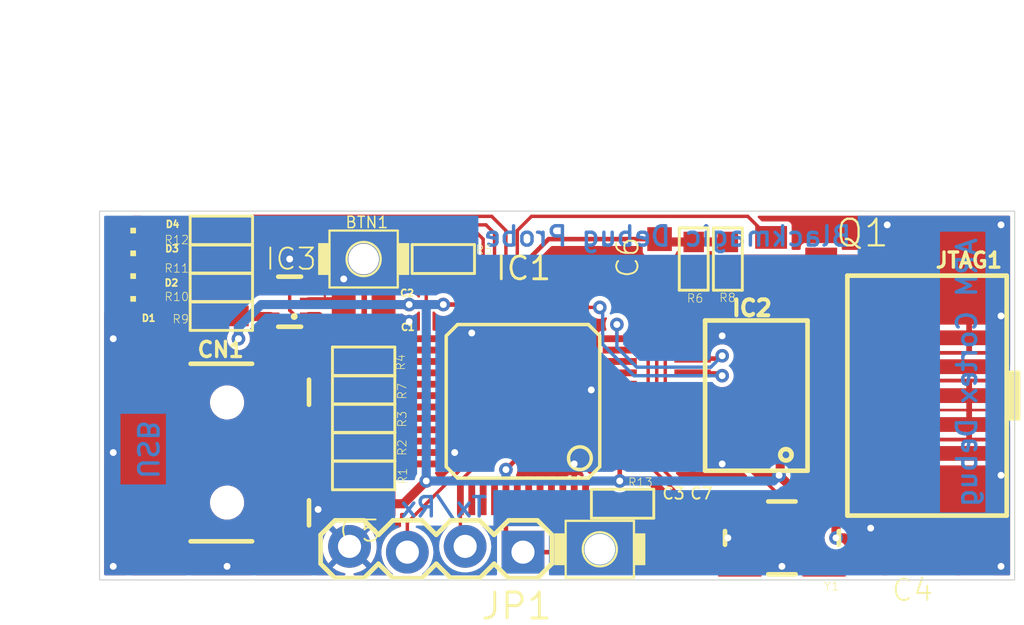
<source format=kicad_pcb>
(kicad_pcb (version 20211014) (generator pcbnew)
  (layers (0 "F.Cu" signal) (31 "B.Cu" signal) (34 "B.Paste" user) (35 "F.Paste" user) (36 "B.SilkS" user "B.Silkscreen") (37 "F.SilkS" user "F.Silkscreen") (38 "B.Mask" user) (39 "F.Mask" user) (44 "Edge.Cuts" user))
  (net 0 "")
  (net 1 "GND")
  (net 2 "OSC_IN")
  (net 3 "USB_ENUMERATE")
  (net 4 "USB_DM")
  (net 5 "USB_DP")
  (net 6 "LED2")
  (net 7 "LED1")
  (net 8 "LED0")
  (net 9 "RST")
  (net 10 "TDI")
  (net 11 "TMS")
  (net 12 "TCK")
  (net 13 "TDO")
  (net 14 "PWR_BR")
  (net 15 "TPWR")
  (net 16 "RXD")
  (net 17 "TXD")
  (net 18 "3.3V")
  (net 19 "D+")
  (net 20 "D-")
  (net 21 "5.0V")
  (net 22 "VBUS")
  (net 23 "FORCE_BOOTLOADER")
  (net 24 "TARGET_POWER_ADC")
  (net 25 "TARGET_TMS")
  (net 26 "TARGET_TCK")
  (net 27 "TARGET_TDO")
  (net 28 "TARGET_TDI")
  (net 29 "TARGET_RST")
  (net 30 "LPC_XTAL2")
  (net 31 "N$2")
  (net 32 "N$4")
  (net 33 "N$6")
  (net 34 "N$8")
  (net 35 "KEY")
  (net 36 "BOOT0")
  (footprint "blackmagic_richardeoin:B3U-1000P(M)-B" (layer "F.Cu") (at 170.3761 103.7536 180)
    (fp_text reference "BTN2" hide)
    (fp_text value "SPST.B3U-1000P(M)-B")
  )
  (footprint "blackmagic_richardeoin:USB-MINIB" (layer "F.Cu") (at 153.0011 99.5036 -90)
    (fp_text reference "CN1")
    (fp_text value "")
  )
  (footprint "blackmagic_richardeoin:TSSOP20" (layer "F.Cu") (at 177.2511 97.0036 90)
    (fp_text reference "IC2")
    (fp_text value "TXS0108" hide)
  )
  (footprint "blackmagic_richardeoin:CHIPLED_0603" (layer "F.Cu") (at 150.0011 91.7536 90)
    (fp_text reference "D2")
    (fp_text value "RED")
  )
  (footprint "blackmagic_richardeoin:0603-MINI" (layer "F.Cu") (at 153.7511 92.2536 180)
    (fp_text reference "R10")
    (fp_text value "390Ω")
  )
  (footprint "blackmagic_richardeoin:0603-MINI" (layer "F.Cu") (at 160.0011 96.7536 180)
    (fp_text reference "R7")
    (fp_text value "4K7")
  )
  (footprint "blackmagic_richardeoin:0603-MINI" (layer "F.Cu") (at 163.5011 91.0036)
    (fp_text reference "R5")
    (fp_text value "10K")
  )
  (footprint "blackmagic_richardeoin:0603-MINI" (layer "F.Cu") (at 176.0011 91.0036 -90)
    (fp_text reference "R8")
    (fp_text value "4K7")
  )
  (footprint "blackmagic_richardeoin:0603-MINI" (layer "F.Cu") (at 160.0011 100.5036 180)
    (fp_text reference "R1")
    (fp_text value "22Ω")
  )
  (footprint "blackmagic_richardeoin:2X05_1.27MM_SMT" (layer "F.Cu") (at 184.7511 97.0036 90)
    (fp_text reference "JTAG1")
    (fp_text value "")
  )
  (footprint "blackmagic_richardeoin:0603-MINI" (layer "F.Cu") (at 160.0011 99.2536 180)
    (fp_text reference "R2")
    (fp_text value "22Ω")
  )
  (footprint "blackmagic_richardeoin:0603-MINI" (layer "F.Cu") (at 153.7511 89.7536 180)
    (fp_text reference "R12")
    (fp_text value "390Ω")
  )
  (footprint "blackmagic_richardeoin:C0603K" (layer "F.Cu") (at 174.7511 103.2536 -90)
    (fp_text reference "C7")
    (fp_text value "18pF")
  )
  (footprint "blackmagic_richardeoin:CHIPLED_0603" (layer "F.Cu") (at 150.0011 90.7536 90)
    (fp_text reference "D3")
    (fp_text value "YELLOW")
  )
  (footprint "blackmagic_richardeoin:CRYSTAL-SMD-5X3" (layer "F.Cu") (at 178.3761 103.2536 180)
    (fp_text reference "Y1")
    (fp_text value "8MHz")
  )
  (footprint "blackmagic_richardeoin:C0603K" (layer "F.Cu") (at 160.0011 93.0036 180)
    (fp_text reference "C2")
    (fp_text value "1µF")
  )
  (footprint "blackmagic_richardeoin:B3U-1000P(M)-B" (layer "F.Cu") (at 160.0011 91.0036 180)
    (fp_text reference "BTN1")
    (fp_text value "SPST.B3U-1000P(M)-B")
  )
  (footprint "blackmagic_richardeoin:0603-MINI" (layer "F.Cu") (at 153.7511 91.0036 180)
    (fp_text reference "R11")
    (fp_text value "390Ω")
  )
  (footprint "blackmagic_richardeoin:1X04_LOCK" (layer "F.Cu") (at 167.0011 103.7536 180)
    (fp_text reference "JP1")
    (fp_text value "")
  )
  (footprint "blackmagic_richardeoin:SOT23" (layer "F.Cu") (at 179.0011 91.0036 -90)
    (fp_text reference "Q1")
    (fp_text value "IRLML5103")
  )
  (footprint "blackmagic_richardeoin:SC70-5L" (layer "F.Cu") (at 156.7511 92.8786 90)
    (fp_text reference "IC3")
    (fp_text value "TLV70033DCK")
  )
  (footprint "blackmagic_richardeoin:0603-MINI" (layer "F.Cu") (at 174.5011 91.0036 90)
    (fp_text reference "R6")
    (fp_text value "10K")
  )
  (footprint "blackmagic_richardeoin:C0603K" (layer "F.Cu") (at 160.0011 101.7536 180)
    (fp_text reference "C5")
    (fp_text value "100nF")
  )
  (footprint "blackmagic_richardeoin:C0603K" (layer "F.Cu") (at 160.0011 94.2536)
    (fp_text reference "C1")
    (fp_text value "1µF")
  )
  (footprint "blackmagic_richardeoin:C0603K" (layer "F.Cu") (at 186.075 104.2 180)
    (fp_text reference "C4")
    (fp_text value "100nF")
  )
  (footprint "blackmagic_richardeoin:0603-MINI" (layer "F.Cu") (at 171.3761 101.7536 180)
    (fp_text reference "R13")
    (fp_text value "10K")
  )
  (footprint "blackmagic_richardeoin:CHIPLED_0603" (layer "F.Cu") (at 150.0011 92.7536 90)
    (fp_text reference "D1")
    (fp_text value "GREEN")
  )
  (footprint "blackmagic_richardeoin:C0603K" (layer "F.Cu") (at 173.5011 103.2536 -90)
    (fp_text reference "C3")
    (fp_text value "100nF")
  )
  (footprint "blackmagic_richardeoin:0603-MINI" (layer "F.Cu") (at 160.0011 95.5036)
    (fp_text reference "R4")
    (fp_text value "10K")
  )
  (footprint "blackmagic_richardeoin:0603-MINI" (layer "F.Cu") (at 160.0011 98.0036 180)
    (fp_text reference "R3")
    (fp_text value "1K5")
  )
  (footprint "blackmagic_richardeoin:TQFP48" (layer "F.Cu") (at 167.0011 97.2536 90)
    (fp_text reference "IC1")
    (fp_text value "STM32F_48PIN")
  )
  (footprint "blackmagic_richardeoin:C0603K" (layer "F.Cu") (at 182.925 104.2 180)
    (fp_text reference "C8" hide)
    (fp_text value "18pF")
  )
  (footprint "blackmagic_richardeoin:C0603K" (layer "F.Cu") (at 173.0011 91.0036 -90)
    (fp_text reference "C6")
    (fp_text value "100nF")
  )
  (footprint "blackmagic_richardeoin:0603-MINI" (layer "F.Cu") (at 153.7511 93.5036 180)
    (fp_text reference "R9")
    (fp_text value "390Ω")
  )
  (footprint "blackmagic_richardeoin:CHIPLED_0603" (layer "F.Cu") (at 150.0011 89.7536 90)
    (fp_text reference "D4")
    (fp_text value "YELLOW")
  )
  (gr_circle (center 149.7511 93.5036) (end 149.8511 93.5036) (layer "F.Cu") (width 0.2) (fill none))
  (gr_circle (center 178.8761 100.0036) (end 178.9761 100.0036) (layer "F.Cu") (width 0.2) (fill none))
  (gr_circle (center 170.0011 100.2536) (end 170.1011 100.2536) (layer "F.Cu") (width 0.2) (fill none))
  (gr_rect (start 188.6 105.1) (end 148.4 88.9) (layer "Edge.Cuts") (width 0.05) (fill none))
  (gr_text "STM32F\n103CB" (at 164.3761 97.3786) (layer "F.Cu") (effects (font (size 0.85 0.85)) (justify left bottom)))
  (gr_text "TXS0108" (at 177.8761 99.6286 90) (layer "F.Cu") (effects (font (size 0.85 0.85)) (justify left bottom)))
  (gr_text "Tx/Rx" (at 165.5 102.4) (layer "B.Cu") (effects (font (size 0.85 0.85)) (justify left bottom mirror)))
  (gr_text "USB" (at 151.0011 98.0036 -90) (layer "B.Cu") (effects (font (size 0.85 0.85)) (justify right top mirror)))
  (gr_text "Blackmagic Debug Probe" (at 181.5011 90.5036) (layer "B.Cu") (effects (font (size 0.85 0.85)) (justify left bottom mirror)))
  (gr_text "ARM Cortex Debug" (at 187.0011 90.0036 -270) (layer "B.Cu") (effects (font (size 0.85 0.85)) (justify left bottom mirror)))
  (segment (start 173.5011 103.3786) (end 173.5011 104.1286) (width 0.15) (layer "F.Cu") (net 1))
  (segment (start 160.0011 94.2536) (end 160.8761 94.2536) (width 0.2) (layer "F.Cu") (net 1))
  (segment (start 159.2511 95.5036) (end 159.3761 95.3786) (width 0.2) (layer "F.Cu") (net 1))
  (segment (start 172.6886 103.1911) (end 172.7511 103.2536) (width 0.15) (layer "F.Cu") (net 1))
  (segment (start 172.6886 102.6911) (end 172.6886 103.1911) (width 0.15) (layer "F.Cu") (net 1))
  (segment (start 172.2511 102.5036) (end 172.5011 102.5036) (width 0.15) (layer "F.Cu") (net 1))
  (segment (start 172.1261 101.7536) (end 172.1261 102.3786) (width 0.15) (layer "F.Cu") (net 1))
  (segment (start 159.5011 95.3786) (end 160.0011 94.8786) (width 0.2) (layer "F.Cu") (net 1))
  (segment (start 173.3761 103.2536) (end 173.5011 103.3786) (width 0.15) (layer "F.Cu") (net 1))
  (segment (start 172.1261 102.3786) (end 172.2511 102.5036) (width 0.15) (layer "F.Cu") (net 1))
  (segment (start 157.6011 92.8786) (end 159.0011 92.8786) (width 0.4) (layer "F.Cu") (net 1))
  (segment (start 159.3761 95.3786) (end 159.5011 95.3786) (width 0.2) (layer "F.Cu") (net 1))
  (segment (start 172.7511 103.2536) (end 173.3761 103.2536) (width 0.15) (layer "F.Cu") (net 1))
  (segment (start 159.0011 92.8786) (end 159.1261 93.0036) (width 0.4) (layer "F.Cu") (net 1))
  (segment (start 160.0011 94.8786) (end 160.0011 94.2536) (width 0.2) (layer "F.Cu") (net 1))
  (segment (start 172.5011 102.5036) (end 172.6886 102.6911) (width 0.15) (layer "F.Cu") (net 1))
  (via (at 154.0011 104.5036) (size 0.6) (drill 0.3) (layers "F.Cu" "B.Cu") (net 1))
  (via (at 183.0011 89.5036) (size 0.6) (drill 0.3) (layers "F.Cu" "B.Cu") (net 1))
  (via (at 164.7511 94.2536) (size 0.6) (drill 0.3) (layers "F.Cu" "B.Cu") (net 1))
  (via (at 149.0011 94.5036) (size 0.6) (drill 0.3) (layers "F.Cu" "B.Cu") (net 1))
  (via (at 158.0011 102.0036) (size 0.6) (drill 0.3) (layers "F.Cu" "B.Cu") (net 1))
  (via (at 156.7511 91.0036) (size 0.6) (drill 0.3) (layers "F.Cu" "B.Cu") (net 1))
  (via (at 164.0011 99.5036) (size 0.6) (drill 0.3) (layers "F.Cu" "B.Cu") (net 1))
  (via (at 188.0011 89.5036) (size 0.6) (drill 0.3) (layers "F.Cu" "B.Cu") (net 1))
  (via (at 169.2511 100.0036) (size 0.6) (drill 0.3) (layers "F.Cu" "B.Cu") (net 1))
  (via (at 182.275 102.825) (size 0.6) (drill 0.3) (layers "F.Cu" "B.Cu") (net 1))
  (via (at 159.1261 91.8786) (size 0.6) (drill 0.3) (layers "F.Cu" "B.Cu") (net 1))
  (via (at 178.3761 104.5036) (size 0.6) (drill 0.3) (layers "F.Cu" "B.Cu") (net 1))
  (via (at 188.0011 93.5036) (size 0.6) (drill 0.3) (layers "F.Cu" "B.Cu") (net 1))
  (via (at 162.0011 93.7536) (size 0.6) (drill 0.3) (layers "F.Cu" "B.Cu") (net 1))
  (via (at 175.7511 94.3786) (size 0.6) (drill 0.3) (layers "F.Cu" "B.Cu") (net 1))
  (via (at 149.0011 104.5036) (size 0.6) (drill 0.3) (layers "F.Cu" "B.Cu") (net 1))
  (via (at 176.0011 103.2536) (size 0.6) (drill 0.3) (layers "F.Cu" "B.Cu") (net 1))
  (via (at 149.0011 99.5036) (size 0.6) (drill 0.3) (layers "F.Cu" "B.Cu") (net 1))
  (via (at 170.0011 96.7536) (size 0.6) (drill 0.3) (layers "F.Cu" "B.Cu") (net 1))
  (via (at 188.0011 100.5036) (size 0.6) (drill 0.3) (layers "F.Cu" "B.Cu") (net 1))
  (via (at 188.0011 104.5036) (size 0.6) (drill 0.3) (layers "F.Cu" "B.Cu") (net 1))
  (via (at 175.7511 100.0036) (size 0.6) (drill 0.3) (layers "F.Cu" "B.Cu") (net 1))
  (segment (start 176.5261 104.4036) (end 176.2511 104.1286) (width 0.4) (layer "F.Cu") (net 2))
  (segment (start 176.5261 104.4036) (end 176.9761 104.4036) (width 0.15) (layer "F.Cu") (net 2))
  (segment (start 172.0011 98.0036) (end 171.2511 98.0036) (width 0.15) (layer "F.Cu") (net 2))
  (segment (start 172.2511 98.2536) (end 172.0011 98.0036) (width 0.15) (layer "F.Cu") (net 2))
  (segment (start 172.2511 99.7761) (end 172.2511 98.2536) (width 0.15) (layer "F.Cu") (net 2))
  (segment (start 177.8761 101.5036) (end 177.6261 101.2536) (width 0.15) (layer "F.Cu") (net 2))
  (segment (start 177.6261 101.2536) (end 173.7286 101.2536) (width 0.15) (layer "F.Cu") (net 2))
  (segment (start 176.2511 104.1286) (end 174.7511 104.1286) (width 0.4) (layer "F.Cu") (net 2))
  (segment (start 177.8761 103.5036) (end 177.8761 101.5036) (width 0.15) (layer "F.Cu") (net 2))
  (segment (start 176.9761 104.4036) (end 177.8761 103.5036) (width 0.15) (layer "F.Cu") (net 2))
  (segment (start 173.7286 101.2536) (end 172.2511 99.7761) (width 0.15) (layer "F.Cu") (net 2))
  (segment (start 161.5011 97.2536) (end 160.7511 98.0036) (width 0.15) (layer "F.Cu") (net 3))
  (segment (start 161.5011 96.7536) (end 161.5011 97.2536) (width 0.15) (layer "F.Cu") (net 3))
  (segment (start 161.7511 96.5036) (end 161.5011 96.7536) (width 0.15) (layer "F.Cu") (net 3))
  (segment (start 162.7511 96.5036) (end 161.7511 96.5036) (width 0.15) (layer "F.Cu") (net 3))
  (segment (start 162.7511 98.0036) (end 162.0011 98.0036) (width 0.15) (layer "F.Cu") (net 4))
  (segment (start 162.0011 98.0036) (end 160.7511 99.2536) (width 0.15) (layer "F.Cu") (net 4))
  (segment (start 162.7511 98.5036) (end 162.0011 98.5036) (width 0.15) (layer "F.Cu") (net 5))
  (segment (start 161.7511 99.5036) (end 160.7511 100.5036) (width 0.15) (layer "F.Cu") (net 5))
  (segment (start 162.0011 98.5036) (end 161.7511 98.7536) (width 0.15) (layer "F.Cu") (net 5))
  (segment (start 161.7511 98.7536) (end 161.7511 99.5036) (width 0.15) (layer "F.Cu") (net 5))
  (segment (start 155.3761 91.3786) (end 155.3761 90.6286) (width 0.15) (layer "F.Cu") (net 6))
  (segment (start 155.3761 90.6286) (end 156.1261 89.8786) (width 0.15) (layer "F.Cu") (net 6))
  (segment (start 165.2511 90.1286) (end 165.2511 93.0036) (width 0.15) (layer "F.Cu") (net 6))
  (segment (start 165.0011 89.8786) (end 165.2511 90.1286) (width 0.15) (layer "F.Cu") (net 6))
  (segment (start 156.1261 89.8786) (end 165.0011 89.8786) (width 0.15) (layer "F.Cu") (net 6))
  (segment (start 154.5011 92.2536) (end 155.3761 91.3786) (width 0.15) (layer "F.Cu") (net 6))
  (segment (start 154.5011 91.0036) (end 156.0011 89.5036) (width 0.15) (layer "F.Cu") (net 7))
  (segment (start 156.0011 89.5036) (end 165.3761 89.5036) (width 0.15) (layer "F.Cu") (net 7))
  (segment (start 165.3761 89.5036) (end 165.7511 89.8786) (width 0.15) (layer "F.Cu") (net 7))
  (segment (start 165.7511 89.8786) (end 165.7511 93.0036) (width 0.15) (layer "F.Cu") (net 7))
  (segment (start 154.5011 89.7536) (end 155.1261 89.1286) (width 0.15) (layer "F.Cu") (net 8))
  (segment (start 155.1261 89.1286) (end 165.6261 89.1286) (width 0.15) (layer "F.Cu") (net 8))
  (segment (start 165.6261 89.1286) (end 166.2511 89.7536) (width 0.15) (layer "F.Cu") (net 8))
  (segment (start 166.2511 89.7536) (end 166.2511 93.0036) (width 0.15) (layer "F.Cu") (net 8))
  (segment (start 171.1261 94.3786) (end 171.1261 93.8786) (width 0.15) (layer "F.Cu") (net 9))
  (segment (start 175.6261 95.3786) (end 174.4511 95.3786) (width 0.2) (layer "F.Cu") (net 9))
  (segment (start 175.7511 95.2536) (end 175.6261 95.3786) (width 0.2) (layer "F.Cu") (net 9))
  (segment (start 171.2511 94.5036) (end 171.1261 94.3786) (width 0.15) (layer "F.Cu") (net 9))
  (via (at 175.7511 95.2536) (size 0.6) (drill 0.3) (layers "F.Cu" "B.Cu") (net 9))
  (via (at 171.1261 93.8786) (size 0.6) (drill 0.3) (layers "F.Cu" "B.Cu") (net 9))
  (segment (start 172.0011 95.7536) (end 175.2511 95.7536) (width 0.15) (layer "B.Cu") (net 9))
  (segment (start 171.1261 94.8786) (end 172.0011 95.7536) (width 0.15) (layer "B.Cu") (net 9))
  (segment (start 175.2511 95.7536) (end 175.7511 95.2536) (width 0.15) (layer "B.Cu") (net 9))
  (segment (start 171.1261 94.8786) (end 171.1261 93.8786) (width 0.15) (layer "B.Cu") (net 9))
  (segment (start 174.4511 96.0286) (end 175.6511 96.0286) (width 0.2) (layer "F.Cu") (net 10))
  (segment (start 169.8761 93.1286) (end 170.3761 93.1286) (width 0.15) (layer "F.Cu") (net 10))
  (segment (start 175.6511 96.0286) (end 175.7511 96.1286) (width 0.2) (layer "F.Cu") (net 10))
  (segment (start 169.7511 93.0036) (end 169.8761 93.1286) (width 0.15) (layer "F.Cu") (net 10))
  (via (at 170.3761 93.1286) (size 0.6) (drill 0.3) (layers "F.Cu" "B.Cu") (net 10))
  (via (at 175.7511 96.1286) (size 0.6) (drill 0.3) (layers "F.Cu" "B.Cu") (net 10))
  (segment (start 170.5011 94.7536) (end 171.8761 96.1286) (width 0.15) (layer "B.Cu") (net 10))
  (segment (start 170.5011 93.2536) (end 170.5011 94.7536) (width 0.15) (layer "B.Cu") (net 10))
  (segment (start 170.3761 93.1286) (end 170.5011 93.2536) (width 0.15) (layer "B.Cu") (net 10))
  (segment (start 171.8761 96.1286) (end 175.7511 96.1286) (width 0.15) (layer "B.Cu") (net 10))
  (segment (start 169.5011 92.0036) (end 169.2511 92.2536) (width 0.15) (layer "F.Cu") (net 11))
  (segment (start 170.2511 92.0036) (end 169.5011 92.0036) (width 0.15) (layer "F.Cu") (net 11))
  (segment (start 172.5011 94.2536) (end 170.2511 92.0036) (width 0.15) (layer "F.Cu") (net 11))
  (segment (start 174.4511 97.9786) (end 173.1011 97.9786) (width 0.15) (layer "F.Cu") (net 11))
  (segment (start 172.5011 97.3786) (end 172.5011 94.2536) (width 0.15) (layer "F.Cu") (net 11))
  (segment (start 173.1011 97.9786) (end 172.5011 97.3786) (width 0.15) (layer "F.Cu") (net 11))
  (segment (start 169.2511 92.2536) (end 169.2511 93.0036) (width 0.15) (layer "F.Cu") (net 11))
  (segment (start 172.8761 94.1286) (end 170.3761 91.6286) (width 0.15) (layer "F.Cu") (net 12))
  (segment (start 172.8761 96.8786) (end 172.8761 94.1286) (width 0.15) (layer "F.Cu") (net 12))
  (segment (start 174.4511 97.3286) (end 173.3261 97.3286) (width 0.15) (layer "F.Cu") (net 12))
  (segment (start 173.3261 97.3286) (end 172.8761 96.8786) (width 0.15) (layer "F.Cu") (net 12))
  (segment (start 170.3761 91.6286) (end 169.2511 91.6286) (width 0.15) (layer "F.Cu") (net 12))
  (segment (start 169.2511 91.6286) (end 168.7511 92.1286) (width 0.15) (layer "F.Cu") (net 12))
  (segment (start 168.7511 92.1286) (end 168.7511 93.0036) (width 0.15) (layer "F.Cu") (net 12))
  (segment (start 174.4511 96.6786) (end 173.4261 96.6786) (width 0.15) (layer "F.Cu") (net 13))
  (segment (start 173.2511 96.5036) (end 173.2511 94.0036) (width 0.15) (layer "F.Cu") (net 13))
  (segment (start 170.5011 91.2536) (end 169.0011 91.2536) (width 0.15) (layer "F.Cu") (net 13))
  (segment (start 169.0011 91.2536) (end 168.2511 92.0036) (width 0.15) (layer "F.Cu") (net 13))
  (segment (start 173.2511 94.0036) (end 170.5011 91.2536) (width 0.15) (layer "F.Cu") (net 13))
  (segment (start 173.4261 96.6786) (end 173.2511 96.5036) (width 0.15) (layer "F.Cu") (net 13))
  (segment (start 168.2511 92.0036) (end 168.2511 93.0036) (width 0.15) (layer "F.Cu") (net 13))
  (segment (start 166.7511 93.0036) (end 166.7511 89.7536) (width 0.15) (layer "F.Cu") (net 14))
  (segment (start 167.3761 89.1286) (end 176.8761 89.1286) (width 0.15) (layer "F.Cu") (net 14))
  (segment (start 177.6011 89.7536) (end 177.9011 90.0536) (width 0.15) (layer "F.Cu") (net 14))
  (segment (start 177.5011 89.7536) (end 177.6011 89.7536) (width 0.15) (layer "F.Cu") (net 14))
  (segment (start 176.8761 89.1286) (end 177.5011 89.7536) (width 0.15) (layer "F.Cu") (net 14))
  (segment (start 166.7511 89.7536) (end 167.3761 89.1286) (width 0.15) (layer "F.Cu") (net 14))
  (segment (start 179.0261 99.2786) (end 178.7511 99.0036) (width 0.2) (layer "F.Cu") (net 15))
  (segment (start 186.6011 99.5436) (end 185.2911 99.5436) (width 0.4) (layer "F.Cu") (net 15))
  (segment (start 183.5011 91.0036) (end 180.1011 91.0036) (width 0.4) (layer "F.Cu") (net 15))
  (segment (start 176.7511 91.0036) (end 176.0011 91.7536) (width 0.4) (layer "F.Cu") (net 15))
  (segment (start 184.7511 92.2536) (end 183.5011 91.0036) (width 0.4) (layer "F.Cu") (net 15))
  (segment (start 180.0511 91.0536) (end 180.1011 91.0036) (width 0.2) (layer "F.Cu") (net 15))
  (segment (start 180.1011 91.0036) (end 176.7511 91.0036) (width 0.4) (layer "F.Cu") (net 15))
  (segment (start 180.0511 94.0786) (end 180.0511 91.0536) (width 0.2) (layer "F.Cu") (net 15))
  (segment (start 180.0511 99.2786) (end 179.0261 99.2786) (width 0.2) (layer "F.Cu") (net 15))
  (segment (start 178.7511 94.5036) (end 179.1886 94.0661) (width 0.2) (layer "F.Cu") (net 15))
  (segment (start 178.7511 99.0036) (end 178.7511 94.5036) (width 0.2) (layer "F.Cu") (net 15))
  (segment (start 184.7511 99.0036) (end 184.7511 92.2536) (width 0.4) (layer "F.Cu") (net 15))
  (segment (start 179.1886 94.0661) (end 179.9136 94.0661) (width 0.2) (layer "F.Cu") (net 15))
  (segment (start 179.9136 94.0661) (end 180.0511 94.0786) (width 0.2) (layer "F.Cu") (net 15))
  (segment (start 185.2911 99.5436) (end 184.7511 99.0036) (width 0.4) (layer "F.Cu") (net 15))
  (segment (start 162.7511 99.0036) (end 163.5011 99.0036) (width 0.15) (layer "F.Cu") (net 16))
  (segment (start 164.2511 98.2536) (end 164.7511 98.7536) (width 0.15) (layer "F.Cu") (net 16))
  (segment (start 161.9211 103.8806) (end 161.9211 102.5836) (width 0.15) (layer "F.Cu") (net 16))
  (segment (start 163.5011 97.5036) (end 164.2511 98.2536) (width 0.15) (layer "F.Cu") (net 16))
  (segment (start 163.5011 97.5036) (end 162.7511 97.5036) (width 0.15) (layer "F.Cu") (net 16))
  (segment (start 163.5011 99.0036) (end 164.2511 98.2536) (width 0.15) (layer "F.Cu") (net 16))
  (segment (start 161.9211 102.5836) (end 164.7511 99.7536) (width 0.15) (layer "F.Cu") (net 16))
  (segment (start 164.7511 99.7536) (end 164.7511 98.7536) (width 0.15) (layer "F.Cu") (net 16))
  (segment (start 164.2511 101.5036) (end 164.2511 100.7536) (width 0.15) (layer "F.Cu") (net 17))
  (segment (start 164.2511 100.7536) (end 165.2511 99.7536) (width 0.15) (layer "F.Cu") (net 17))
  (segment (start 165.2511 98.7536) (end 165.2511 99.7536) (width 0.15) (layer "F.Cu") (net 17))
  (segment (start 163.5011 97.0036) (end 165.2511 98.7536) (width 0.15) (layer "F.Cu") (net 17))
  (segment (start 162.7511 97.0036) (end 163.5011 97.0036) (width 0.15) (layer "F.Cu") (net 17))
  (segment (start 164.4611 103.6266) (end 164.2511 103.4166) (width 0.15) (layer "F.Cu") (net 17))
  (segment (start 164.2511 103.4166) (end 164.2511 101.5036) (width 0.15) (layer "F.Cu") (net 17))
  (segment (start 154.5011 93.5536) (end 154.5011 94.5036) (width 0.4) (layer "F.Cu") (net 18))
  (segment (start 178.2511 100.5036) (end 178.7511 101.0036) (width 0.4) (layer "F.Cu") (net 18))
  (segment (start 166.2511 103.1306) (end 166.2511 101.5036) (width 0.2) (layer "F.Cu") (net 18))
  (segment (start 168.6261 103.7536) (end 168.6241 103.8806) (width 0.2) (layer "F.Cu") (net 18))
  (segment (start 171.2511 100.7536) (end 172.6261 100.7536) (width 0.4) (layer "F.Cu") (net 18))
  (segment (start 168.6241 103.8806) (end 167.0011 103.8806) (width 0.2) (layer "F.Cu") (net 18))
  (segment (start 177.2511 100.5036) (end 178.2511 100.5036) (width 0.2) (layer "F.Cu") (net 18))
  (segment (start 178.7511 101.0036) (end 182.2511 101.0036) (width 0.4) (layer "F.Cu") (net 18))
  (segment (start 171.2511 96.0036) (end 169.7511 96.0036) (width 0.2) (layer "F.Cu") (net 18))
  (segment (start 178.3 100.4547) (end 178.2511 100.5036) (width 0.4) (layer "F.Cu") (net 18))
  (segment (start 169.1261 96.6286) (end 169.1261 98.8786) (width 0.2) (layer "F.Cu") (net 18))
  (segment (start 183.2511 102.0036) (end 183.2511 102.7761) (width 0.4) (layer "F.Cu") (net 18))
  (segment (start 176.0261 99.2786) (end 177.2511 100.5036) (width 0.2) (layer "F.Cu") (net 18))
  (segment (start 167.0011 103.8806) (end 166.2511 103.1306) (width 0.2) (layer "F.Cu") (net 18))
  (segment (start 178.3 92.3525) (end 178.3 100.4547) (width 0.4) (layer "F.Cu") (net 18))
  (segment (start 162.7511 100.0036) (end 162.7511 100.7536) (width 0.2) (layer "F.Cu") (net 18))
  (segment (start 164.2511 91.0036) (end 164.2511 93.0036) (width 0.15) (layer "F.Cu") (net 18))
  (segment (start 160.8761 93.0036) (end 162.0011 93.0036) (width 0.4) (layer "F.Cu") (net 18))
  (segment (start 171.2511 100.7536) (end 170.0011 100.7536) (width 0.2) (layer "F.Cu") (net 18))
  (segment (start 173.5011 101.6286) (end 173.5011 102.3786) (width 0.4) (layer "F.Cu") (net 18))
  (segment (start 183.575 103.1) (end 185.85 103.1) (width 0.4) (layer "F.Cu") (net 18))
  (segment (start 166.2511 101.5036) (end 166.2511 100.2536) (width 0.2) (layer "F.Cu") (net 18))
  (segment (start 172.6261 100.7536) (end 173.5011 101.6286) (width 0.4) (layer "F.Cu") (net 18))
  (segment (start 161.7511 101.7536) (end 162.7511 100.7536) (width 0.4) (layer "F.Cu") (net 18))
  (segment (start 183.2511 102.7761) (end 183.575 103.1) (width 0.4) (layer "F.Cu") (net 18))
  (segment (start 185.85 103.1) (end 186.95 104.2) (width 0.4) (layer "F.Cu") (net 18))
  (segment (start 160.8761 101.7536) (end 161.7511 101.7536) (width 0.4) (layer "F.Cu") (net 18))
  (segment (start 169.7511 96.0036) (end 169.1261 96.6286) (width 0.2) (layer "F.Cu") (net 18))
  (segment (start 167.1261 99.3786) (end 166.2511 100.2536) (width 0.2) (layer "F.Cu") (net 18))
  (segment (start 164.2511 93.0036) (end 163.5011 93.0036) (width 0.2) (layer "F.Cu") (net 18))
  (segment (start 154.5261 93.5286) (end 154.5011 93.5036) (width 0.4) (layer "F.Cu") (net 18))
  (segment (start 168.6261 99.3786) (end 167.1261 99.3786) (width 0.2) (layer "F.Cu") (net 18))
  (segment (start 174.4511 99.2786) (end 176.0261 99.2786) (width 0.2) (layer "F.Cu") (net 18))
  (segment (start 155.9011 93.5286) (end 154.5261 93.5286) (width 0.4) (layer "F.Cu") (net 18))
  (segment (start 182.2511 101.0036) (end 183.2511 102.0036) (width 0.4) (layer "F.Cu") (net 18))
  (segment (start 165.7511 101.5036) (end 166.2511 101.5036) (width 0.2) (layer "F.Cu") (net 18))
  (segment (start 171.2511 100.0036) (end 171.2511 100.7536) (width 0.2) (layer "F.Cu") (net 18))
  (segment (start 177.9011 91.9536) (end 178.3 92.3525) (width 0.4) (layer "F.Cu") (net 18))
  (segment (start 154.5261 93.5286) (end 154.5011 93.5536) (width 0.4) (layer "F.Cu") (net 18))
  (segment (start 169.1261 98.8786) (end 168.6261 99.3786) (width 0.2) (layer "F.Cu") (net 18))
  (segment (start 169.7511 101.0036) (end 169.7511 101.5036) (width 0.2) (layer "F.Cu") (net 18))
  (segment (start 170.0011 100.7536) (end 169.7511 101.0036) (width 0.2) (layer "F.Cu") (net 18))
  (via (at 162.0011 93.0036) (size 0.6) (drill 0.3) (layers "F.Cu" "B.Cu") (net 18))
  (via (at 178.2511 100.5036) (size 0.6) (drill 0.3) (layers "F.Cu" "B.Cu") (net 18))
  (via (at 162.7511 100.7536) (size 0.6) (drill 0.3) (layers "F.Cu" "B.Cu") (net 18))
  (via (at 166.2511 100.2536) (size 0.6) (drill 0.3) (layers "F.Cu" "B.Cu") (net 18))
  (via (at 171.2511 100.7536) (size 0.6) (drill 0.3) (layers "F.Cu" "B.Cu") (net 18))
  (via (at 154.5011 94.5036) (size 0.6) (drill 0.3) (layers "F.Cu" "B.Cu") (net 18))
  (via (at 163.5011 93.0036) (size 0.6) (drill 0.3) (layers "F.Cu" "B.Cu") (net 18))
  (segment (start 178.0011 100.7536) (end 178.2511 100.5036) (width 0.4) (layer "B.Cu") (net 18))
  (segment (start 166.2511 100.7536) (end 166.2511 100.2536) (width 0.4) (layer "B.Cu") (net 18))
  (segment (start 162.7511 100.7536) (end 162.7511 93.0036) (width 0.4) (layer "B.Cu") (net 18))
  (segment (start 154.5011 94.0036) (end 154.5011 94.5036) (width 0.4) (layer "B.Cu") (net 18))
  (segment (start 162.7511 100.7536) (end 166.2511 100.7536) (width 0.4) (layer "B.Cu") (net 18))
  (segment (start 166.2511 100.7536) (end 171.2511 100.7536) (width 0.4) (layer "B.Cu") (net 18))
  (segment (start 163.5011 93.0036) (end 162.7511 93.0036) (width 0.4) (layer "B.Cu") (net 18))
  (segment (start 178.0011 100.7536) (end 171.2511 100.7536) (width 0.4) (layer "B.Cu") (net 18))
  (segment (start 155.5011 93.0036) (end 154.5011 94.0036) (width 0.4) (layer "B.Cu") (net 18))
  (segment (start 162.0011 93.0036) (end 155.5011 93.0036) (width 0.4) (layer "B.Cu") (net 18))
  (segment (start 162.7511 93.0036) (end 162.0011 93.0036) (width 0.4) (layer "B.Cu") (net 18))
  (segment (start 160.0011 98.7536) (end 160.0011 99.7536) (width 0.15) (layer "F.Cu") (net 19))
  (segment (start 157.0651 99.5036) (end 158.2511 99.5036) (width 0.15) (layer "F.Cu") (net 19))
  (segment (start 158.2511 99.5036) (end 159.2511 100.5036) (width 0.15) (layer "F.Cu") (net 19))
  (segment (start 160.0011 99.7536) (end 159.2511 100.5036) (width 0.15) (layer "F.Cu") (net 19))
  (segment (start 159.2511 98.0036) (end 160.0011 98.7536) (width 0.15) (layer "F.Cu") (net 19))
  (segment (start 157.0651 98.7036) (end 158.2011 98.7036) (width 0.15) (layer "F.Cu") (net 20))
  (segment (start 158.2011 98.7036) (end 158.7511 99.2536) (width 0.15) (layer "F.Cu") (net 20))
  (segment (start 158.7511 99.2536) (end 159.2511 99.2536) (width 0.15) (layer "F.Cu") (net 20))
  (segment (start 158.2511 93.7536) (end 158.0261 93.5286) (width 0.4) (layer "F.Cu") (net 21))
  (segment (start 158.2511 94.2536) (end 158.2511 96.7536) (width 0.4) (layer "F.Cu") (net 21))
  (segment (start 157.0261 93.5286) (end 156.7511 93.2536) (width 0.15) (layer "F.Cu") (net 21))
  (segment (start 158.0261 93.5286) (end 157.6011 93.5286) (width 0.4) (layer "F.Cu") (net 21))
  (segment (start 156.7511 92.5036) (end 157.0261 92.2286) (width 0.15) (layer "F.Cu") (net 21))
  (segment (start 156.7511 93.2536) (end 156.7511 92.5036) (width 0.15) (layer "F.Cu") (net 21))
  (segment (start 157.6011 93.5286) (end 157.0261 93.5286) (width 0.15) (layer "F.Cu") (net 21))
  (segment (start 157.8511 97.9036) (end 157.0651 97.9036) (width 0.4) (layer "F.Cu") (net 21))
  (segment (start 159.1261 94.2536) (end 158.2511 94.2536) (width 0.4) (layer "F.Cu") (net 21))
  (segment (start 157.0261 92.2286) (end 157.6011 92.2286) (width 0.15) (layer "F.Cu") (net 21))
  (segment (start 159.2511 96.7536) (end 158.2511 96.7536) (width 0.4) (layer "F.Cu") (net 21))
  (segment (start 158.2511 97.5036) (end 157.8511 97.9036) (width 0.4) (layer "F.Cu") (net 21))
  (segment (start 158.2511 94.2536) (end 158.2511 93.7536) (width 0.4) (layer "F.Cu") (net 21))
  (segment (start 158.2511 96.7536) (end 158.2511 97.5036) (width 0.4) (layer "F.Cu") (net 21))
  (segment (start 161.5011 95.2536) (end 160.7511 95.2536) (width 0.15) (layer "F.Cu") (net 22))
  (segment (start 160.7511 95.2536) (end 160.7511 95.5036) (width 0.15) (layer "F.Cu") (net 22))
  (segment (start 160.7511 96.7536) (end 160.7511 95.5036) (width 0.4) (layer "F.Cu") (net 22))
  (segment (start 162.7511 95.0036) (end 161.7511 95.0036) (width 0.15) (layer "F.Cu") (net 22))
  (segment (start 161.7511 95.0036) (end 161.5011 95.2536) (width 0.15) (layer "F.Cu") (net 22))
  (segment (start 162.7511 91.0036) (end 161.7511 91.0036) (width 0.4) (layer "F.Cu") (net 23))
  (segment (start 162.7511 94.5036) (end 162.7511 91.0036) (width 0.15) (layer "F.Cu") (net 23))
  (segment (start 174.5011 90.2536) (end 173.1261 90.2536) (width 0.4) (layer "F.Cu") (net 24))
  (segment (start 173.1261 90.2536) (end 173.0011 90.1286) (width 0.4) (layer "F.Cu") (net 24))
  (segment (start 167.2511 91.0036) (end 168.1261 90.1286) (width 0.2) (layer "F.Cu") (net 24))
  (segment (start 168.1261 90.1286) (end 173.0011 90.1286) (width 0.2) (layer "F.Cu") (net 24))
  (segment (start 167.2511 93.0036) (end 167.2511 91.0036) (width 0.2) (layer "F.Cu") (net 24))
  (segment (start 176.0011 90.2536) (end 174.5011 90.2536) (width 0.4) (layer "F.Cu") (net 24))
  (segment (start 181.2511 98.5036) (end 181.2511 98.7536) (width 0.15) (layer "F.Cu") (net 25))
  (segment (start 181.2511 98.7536) (end 182.0011 99.5036) (width 0.15) (layer "F.Cu") (net 25))
  (segment (start 180.7261 97.9786) (end 181.2511 98.5036) (width 0.15) (layer "F.Cu") (net 25))
  (segment (start 180.0511 97.9786) (end 180.7261 97.9786) (width 0.15) (layer "F.Cu") (net 25))
  (segment (start 182.8611 99.5036) (end 182.9011 99.5436) (width 0.15) (layer "F.Cu") (net 25))
  (segment (start 182.0011 99.5036) (end 182.8611 99.5036) (width 0.15) (layer "F.Cu") (net 25))
  (segment (start 182.8811 98.2536) (end 182.0011 98.2536) (width 0.15) (layer "F.Cu") (net 26))
  (segment (start 182.0011 98.2536) (end 181.0761 97.3286) (width 0.15) (layer "F.Cu") (net 26))
  (segment (start 181.0761 97.3286) (end 180.0511 97.3286) (width 0.15) (layer "F.Cu") (net 26))
  (segment (start 182.9011 98.2736) (end 182.8811 98.2536) (width 0.15) (layer "F.Cu") (net 26))
  (segment (start 182.9011 97.0036) (end 182.0011 97.0036) (width 0.15) (layer "F.Cu") (net 27))
  (segment (start 182.0011 97.0036) (end 181.6761 96.6786) (width 0.15) (layer "F.Cu") (net 27))
  (segment (start 181.6761 96.6786) (end 180.0511 96.6786) (width 0.15) (layer "F.Cu") (net 27))
  (segment (start 180.0511 96.0286) (end 181.6061 96.0286) (width 0.15) (layer "F.Cu") (net 28))
  (segment (start 182.0011 95.7536) (end 182.0211 95.7336) (width 0.15) (layer "F.Cu") (net 28))
  (segment (start 182.0211 95.7336) (end 182.9011 95.7336) (width 0.15) (layer "F.Cu") (net 28))
  (segment (start 181.6061 96.0286) (end 182.0011 95.7536) (width 0.15) (layer "F.Cu") (net 28))
  (segment (start 182.0011 94.5036) (end 183.1111 94.5036) (width 0.15) (layer "F.Cu") (net 29))
  (segment (start 181.1261 95.3786) (end 182.0011 94.5036) (width 0.15) (layer "F.Cu") (net 29))
  (segment (start 180.0511 95.3786) (end 181.1261 95.3786) (width 0.15) (layer "F.Cu") (net 29))
  (segment (start 183.1111 94.5036) (end 182.9011 94.4636) (width 0.15) (layer "F.Cu") (net 29))
  (segment (start 180.7511 102.6286) (end 180.7511 103.2536) (width 0.4) (layer "F.Cu") (net 30))
  (segment (start 180.7511 103.2536) (end 181.1036 103.2536) (width 0.4) (layer "F.Cu") (net 30))
  (segment (start 172.6261 98.1286) (end 172.6261 99.7261) (width 0.15) (layer "F.Cu") (net 30))
  (segment (start 171.2511 97.5036) (end 172.0011 97.5036) (width 0.15) (layer "F.Cu") (net 30))
  (segment (start 181.1036 103.2536) (end 182.05 104.2) (width 0.4) (layer "F.Cu") (net 30))
  (segment (start 178.9761 102.1036) (end 180.2261 102.1036) (width 0.15) (layer "F.Cu") (net 30))
  (segment (start 177.7511 100.8786) (end 178.9761 102.1036) (width 0.15) (layer "F.Cu") (net 30))
  (segment (start 172.6261 99.7261) (end 173.7786 100.8786) (width 0.15) (layer "F.Cu") (net 30))
  (segment (start 172.0011 97.5036) (end 172.6261 98.1286) (width 0.15) (layer "F.Cu") (net 30))
  (segment (start 180.2261 102.1036) (end 180.7511 102.6286) (width 0.4) (layer "F.Cu") (net 30))
  (segment (start 173.7786 100.8786) (end 177.7511 100.8786) (width 0.15) (layer "F.Cu") (net 30))
  (via (at 180.7511 103.2536) (size 0.6) (drill 0.3) (layers "F.Cu" "B.Cu") (net 30))
  (segment (start 152.2511 91.7536) (end 150.7511 91.7536) (width 0.2) (layer "F.Cu") (net 31))
  (segment (start 152.7511 92.2536) (end 152.2511 91.7536) (width 0.2) (layer "F.Cu") (net 31))
  (segment (start 153.0011 92.2536) (end 152.7511 92.2536) (width 0.2) (layer "F.Cu") (net 31))
  (segment (start 153.0011 93.5036) (end 152.7511 93.5036) (width 0.2) (layer "F.Cu") (net 32))
  (segment (start 152.7511 93.5036) (end 152.0011 92.7536) (width 0.2) (layer "F.Cu") (net 32))
  (segment (start 152.0011 92.7536) (end 150.7511 92.7536) (width 0.2) (layer "F.Cu") (net 32))
  (segment (start 153.0011 91.0036) (end 152.7511 90.7536) (width 0.2) (layer "F.Cu") (net 33))
  (segment (start 152.7511 90.7536) (end 150.7511 90.7536) (width 0.2) (layer "F.Cu") (net 33))
  (segment (start 153.0011 89.7536) (end 150.7511 89.7536) (width 0.2) (layer "F.Cu") (net 34))
  (segment (start 188.2511 96.0036) (end 188.2511 98.0036) (width 0.2) (layer "F.Cu") (net 35))
  (segment (start 172.1261 103.2536) (end 172.1261 103.7536) (width 0.15) (layer "F.Cu") (net 36))
  (segment (start 170.6261 101.7536) (end 170.6261 102.5036) (width 0.15) (layer "F.Cu") (net 36))
  (segment (start 168.0011 102.5036) (end 170.6261 102.5036) (width 0.15) (layer "F.Cu") (net 36))
  (segment (start 167.7511 101.5036) (end 167.7511 102.2536) (width 0.15) (layer "F.Cu") (net 36))
  (segment (start 171.3761 102.5036) (end 172.1261 103.2536) (width 0.15) (layer "F.Cu") (net 36))
  (segment (start 167.7511 102.2536) (end 168.0011 102.5036) (width 0.15) (layer "F.Cu") (net 36))
  (segment (start 170.6261 102.5036) (end 171.3761 102.5036) (width 0.15) (layer "F.Cu") (net 36))
  (zone (net 1) (net_name "GND") (layer "F.Cu") (priority 6) (connect_pads (clearance 0.2)) (min_thickness 0.1016) (fill yes (thermal_gap 0.2532) (thermal_bridge_width 0.2532))
    (polygon (pts (xy 188.6027 105.1052) (xy 148.3995 105.1052) (xy 148.3995 88.902) (xy 188.6027 88.902)))
  )
  (zone (net 1) (net_name "GND") (layer "B.Cu") (priority 6) (connect_pads (clearance 0.2)) (min_thickness 0.1016) (fill yes (thermal_gap 0.2532) (thermal_bridge_width 0.2532))
    (polygon (pts (xy 188.6027 105.1052) (xy 148.3995 105.1052) (xy 148.3995 88.902) (xy 188.6027 88.902)))
  )
)
</source>
